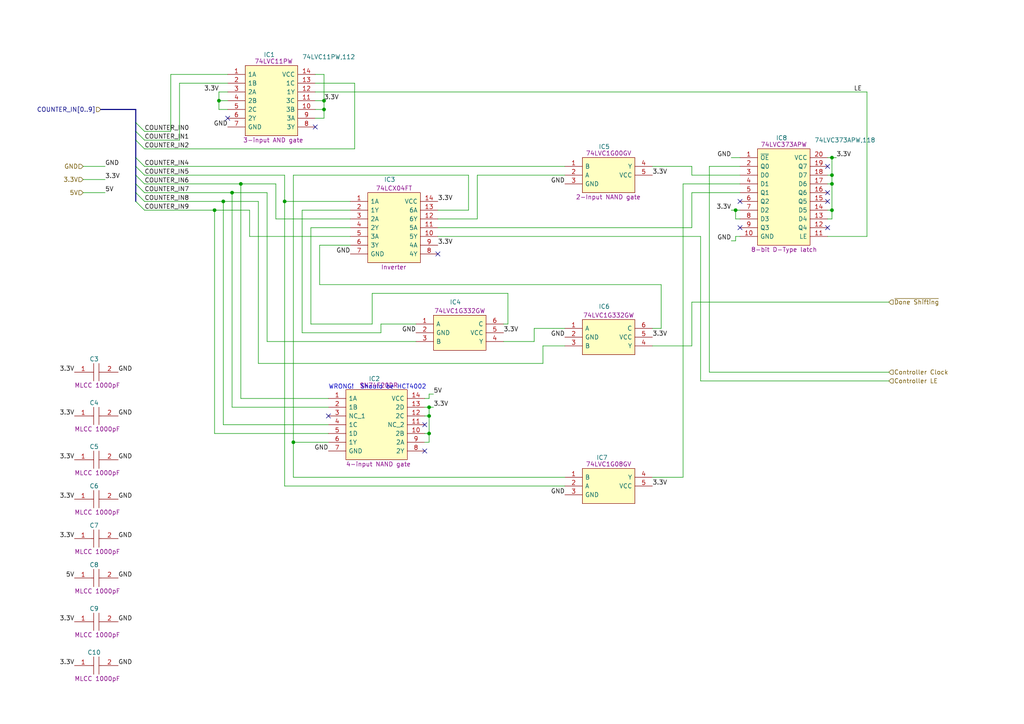
<source format=kicad_sch>
(kicad_sch (version 20230121) (generator eeschema)
  (paper "A4")
  (lib_symbols
    (symbol "Nexperia:74LVC11PW,112" (pin_names (offset 0.762))
      (property "Reference" "IC" (at 12.065 5.715 0))
      (property "Value" "74LVC11PW,112" (at 21.59 5.08 0))
      (property "Description" "3-input AND gate" (at 4.445 -19.05 0))
      (property "Silk" "74LVC11PW" (at 13.335 3.81 0))
      (symbol "74LVC11PW,112_0_0"
        (pin passive line (at 0 0 0) (length 5.08) (name "1A") (number "1"))
        (pin passive line (at 25.4 -10.16 180) (length 5.08) (name "3B") (number "10"))
        (pin passive line (at 25.4 -7.62 180) (length 5.08) (name "3C") (number "11"))
        (pin passive line (at 25.4 -5.08 180) (length 5.08) (name "1Y") (number "12"))
        (pin passive line (at 25.4 -2.54 180) (length 5.08) (name "1C") (number "13"))
        (pin passive line (at 25.4 0 180) (length 5.08) (name "VCC") (number "14"))
        (pin passive line (at 0 -2.54 0) (length 5.08) (name "1B") (number "2"))
        (pin passive line (at 0 -5.08 0) (length 5.08) (name "2A") (number "3"))
        (pin passive line (at 0 -7.62 0) (length 5.08) (name "2B") (number "4"))
        (pin passive line (at 0 -10.16 0) (length 5.08) (name "2C") (number "5"))
        (pin passive line (at 0 -12.7 0) (length 5.08) (name "2Y") (number "6"))
        (pin passive line (at 0 -15.24 0) (length 5.08) (name "GND") (number "7"))
        (pin passive line (at 25.4 -15.24 180) (length 5.08) (name "3Y") (number "8"))
        (pin passive line (at 25.4 -12.7 180) (length 5.08) (name "3A") (number "9"))
      )
      (symbol "74LVC11PW,112_0_1"
        (polyline (pts (xy 5.08 2.54) (xy 20.32 2.54) (xy 20.32 -17.78) (xy 5.08 -17.78) (xy 5.08 2.54)) (stroke (width 0.1524)) (fill (type background)))
      )
    )
    (symbol "Nexperia:74LVC1G00GV,125" (pin_names (offset 0.762))
      (property "Reference" "IC" (at 11.43 5.715 0))
      (property "Description" "2-Input NAND gate" (at 3.175 -8.89 0))
      (property "Silk" "74LVC1G00GV" (at 12.7 3.81 0))
      (symbol "74LVC1G00GV,125_0_0"
        (pin passive line (at 0 0 0) (length 5.08) (name "B") (number "1"))
        (pin passive line (at 0 -2.54 0) (length 5.08) (name "A") (number "2"))
        (pin passive line (at 0 -5.08 0) (length 5.08) (name "GND") (number "3"))
        (pin passive line (at 25.4 0 180) (length 5.08) (name "Y") (number "4"))
        (pin passive line (at 25.4 -2.54 180) (length 5.08) (name "VCC") (number "5"))
      )
      (symbol "74LVC1G00GV,125_0_1"
        (polyline (pts (xy 5.08 2.54) (xy 20.32 2.54) (xy 20.32 -7.62) (xy 5.08 -7.62) (xy 5.08 2.54)) (stroke (width 0.1524)) (fill (type background)))
      )
    )
    (symbol "Nexperia:74LVC1G08GV,125" (pin_names (offset 0.762))
      (property "Reference" "IC" (at 10.795 5.715 0))
      (property "Silk" "74LVC1G08GV" (at 12.7 3.81 0))
      (symbol "74LVC1G08GV,125_0_0"
        (pin passive line (at 0 0 0) (length 5.08) (name "B") (number "1"))
        (pin passive line (at 0 -2.54 0) (length 5.08) (name "A") (number "2"))
        (pin passive line (at 0 -5.08 0) (length 5.08) (name "GND") (number "3"))
        (pin passive line (at 25.4 0 180) (length 5.08) (name "Y") (number "4"))
        (pin passive line (at 25.4 -2.54 180) (length 5.08) (name "VCC") (number "5"))
      )
      (symbol "74LVC1G08GV,125_0_1"
        (polyline (pts (xy 5.08 2.54) (xy 20.32 2.54) (xy 20.32 -7.62) (xy 5.08 -7.62) (xy 5.08 2.54)) (stroke (width 0.1524)) (fill (type background)))
      )
    )
    (symbol "Nexperia:74LVC1G332GW-Q100H" (pin_names (offset 0.762))
      (property "Reference" "IC" (at 11.43 6.35 0))
      (property "Silk" "74LVC1G332GW" (at 12.7 3.81 0))
      (symbol "74LVC1G332GW-Q100H_0_0"
        (pin passive line (at 0 0 0) (length 5.08) (name "A") (number "1"))
        (pin passive line (at 0 -2.54 0) (length 5.08) (name "GND") (number "2"))
        (pin passive line (at 0 -5.08 0) (length 5.08) (name "B") (number "3"))
        (pin passive line (at 25.4 -5.08 180) (length 5.08) (name "Y") (number "4"))
        (pin passive line (at 25.4 -2.54 180) (length 5.08) (name "VCC") (number "5"))
        (pin passive line (at 25.4 0 180) (length 5.08) (name "C") (number "6"))
      )
      (symbol "74LVC1G332GW-Q100H_0_1"
        (polyline (pts (xy 5.08 2.54) (xy 20.32 2.54) (xy 20.32 -7.62) (xy 5.08 -7.62) (xy 5.08 2.54)) (stroke (width 0.1524)) (fill (type background)))
      )
    )
    (symbol "Nexperia:74LVC373APW,118" (pin_names (offset 0.762))
      (property "Reference" "IC" (at 12.065 5.715 0))
      (property "Value" "74LVC373APW,118" (at 21.59 5.08 0))
      (property "Description" "8-bit D-Type latch" (at 3.175 -26.67 0))
      (property "Silk" "74LVC373APW" (at 12.7 3.81 0))
      (symbol "74LVC373APW,118_0_0"
        (pin passive line (at 0 0 0) (length 5.08) (name "~{OE}") (number "1"))
        (pin passive line (at 0 -22.86 0) (length 5.08) (name "GND") (number "10"))
        (pin passive line (at 25.4 -22.86 180) (length 5.08) (name "LE") (number "11"))
        (pin passive line (at 25.4 -20.32 180) (length 5.08) (name "Q4") (number "12"))
        (pin passive line (at 25.4 -17.78 180) (length 5.08) (name "D4") (number "13"))
        (pin passive line (at 25.4 -15.24 180) (length 5.08) (name "D5") (number "14"))
        (pin passive line (at 25.4 -12.7 180) (length 5.08) (name "Q5") (number "15"))
        (pin passive line (at 25.4 -10.16 180) (length 5.08) (name "Q6") (number "16"))
        (pin passive line (at 25.4 -7.62 180) (length 5.08) (name "D6") (number "17"))
        (pin passive line (at 25.4 -5.08 180) (length 5.08) (name "D7") (number "18"))
        (pin passive line (at 25.4 -2.54 180) (length 5.08) (name "Q7") (number "19"))
        (pin passive line (at 0 -2.54 0) (length 5.08) (name "Q0") (number "2"))
        (pin passive line (at 25.4 0 180) (length 5.08) (name "VCC") (number "20"))
        (pin passive line (at 0 -5.08 0) (length 5.08) (name "D0") (number "3"))
        (pin passive line (at 0 -7.62 0) (length 5.08) (name "D1") (number "4"))
        (pin passive line (at 0 -10.16 0) (length 5.08) (name "Q1") (number "5"))
        (pin passive line (at 0 -12.7 0) (length 5.08) (name "Q2") (number "6"))
        (pin passive line (at 0 -15.24 0) (length 5.08) (name "D2") (number "7"))
        (pin passive line (at 0 -17.78 0) (length 5.08) (name "D3") (number "8"))
        (pin passive line (at 0 -20.32 0) (length 5.08) (name "Q3") (number "9"))
      )
      (symbol "74LVC373APW,118_0_1"
        (polyline (pts (xy 5.08 2.54) (xy 20.32 2.54) (xy 20.32 -25.4) (xy 5.08 -25.4) (xy 5.08 2.54)) (stroke (width 0.1524)) (fill (type background)))
      )
    )
    (symbol "Texas_Instruments:SN74F20DR" (pin_names (offset 0.762))
      (property "Reference" "IC" (at 13.335 5.715 0))
      (property "Description" "4-input NAND gate" (at 5.08 -19.05 0))
      (property "Silk" "SN74F20DR" (at 14.605 3.81 0))
      (symbol "SN74F20DR_0_0"
        (pin passive line (at 0 0 0) (length 5.08) (name "1A") (number "1"))
        (pin passive line (at 27.94 -10.16 180) (length 5.08) (name "2B") (number "10"))
        (pin passive line (at 27.94 -7.62 180) (length 5.08) (name "NC_2") (number "11"))
        (pin passive line (at 27.94 -5.08 180) (length 5.08) (name "2C") (number "12"))
        (pin passive line (at 27.94 -2.54 180) (length 5.08) (name "2D") (number "13"))
        (pin passive line (at 27.94 0 180) (length 5.08) (name "VCC") (number "14"))
        (pin passive line (at 0 -2.54 0) (length 5.08) (name "1B") (number "2"))
        (pin passive line (at 0 -5.08 0) (length 5.08) (name "NC_1") (number "3"))
        (pin passive line (at 0 -7.62 0) (length 5.08) (name "1C") (number "4"))
        (pin passive line (at 0 -10.16 0) (length 5.08) (name "1D") (number "5"))
        (pin passive line (at 0 -12.7 0) (length 5.08) (name "1Y") (number "6"))
        (pin passive line (at 0 -15.24 0) (length 5.08) (name "GND") (number "7"))
        (pin passive line (at 27.94 -15.24 180) (length 5.08) (name "2Y") (number "8"))
        (pin passive line (at 27.94 -12.7 180) (length 5.08) (name "2A") (number "9"))
      )
      (symbol "SN74F20DR_0_1"
        (polyline (pts (xy 5.08 2.54) (xy 22.86 2.54) (xy 22.86 -17.78) (xy 5.08 -17.78) (xy 5.08 2.54)) (stroke (width 0.1524)) (fill (type background)))
      )
    )
    (symbol "Toshiba:74LCX04FT_AE_" (pin_names (offset 0.762))
      (property "Reference" "IC" (at 11.43 6.35 0))
      (property "Description" "Inverter" (at 8.89 -19.05 0))
      (property "Silk" "74LCX04FT" (at 12.7 3.81 0))
      (symbol "74LCX04FT_AE__0_0"
        (pin passive line (at 0 0 0) (length 5.08) (name "1A") (number "1"))
        (pin passive line (at 25.4 -10.16 180) (length 5.08) (name "5Y") (number "10"))
        (pin passive line (at 25.4 -7.62 180) (length 5.08) (name "5A") (number "11"))
        (pin passive line (at 25.4 -5.08 180) (length 5.08) (name "6Y") (number "12"))
        (pin passive line (at 25.4 -2.54 180) (length 5.08) (name "6A") (number "13"))
        (pin passive line (at 25.4 0 180) (length 5.08) (name "VCC") (number "14"))
        (pin passive line (at 0 -2.54 0) (length 5.08) (name "1Y") (number "2"))
        (pin passive line (at 0 -5.08 0) (length 5.08) (name "2A") (number "3"))
        (pin passive line (at 0 -7.62 0) (length 5.08) (name "2Y") (number "4"))
        (pin passive line (at 0 -10.16 0) (length 5.08) (name "3A") (number "5"))
        (pin passive line (at 0 -12.7 0) (length 5.08) (name "3Y") (number "6"))
        (pin passive line (at 0 -15.24 0) (length 5.08) (name "GND") (number "7"))
        (pin passive line (at 25.4 -15.24 180) (length 5.08) (name "4Y") (number "8"))
        (pin passive line (at 25.4 -12.7 180) (length 5.08) (name "4A") (number "9"))
      )
      (symbol "74LCX04FT_AE__0_1"
        (polyline (pts (xy 5.08 2.54) (xy 20.32 2.54) (xy 20.32 -17.78) (xy 5.08 -17.78) (xy 5.08 2.54)) (stroke (width 0.1524)) (fill (type background)))
      )
    )
    (symbol "Wurth_Elektronik:885012207033" (pin_names (offset 0.762))
      (property "Reference" "C" (at 5.715 3.81 0))
      (property "Description" "MLCC 1000pF" (at 0 -3.81 0))
      (symbol "885012207033_0_0"
        (pin passive line (at 0 0 0) (length 5.08) (name "~") (number "1"))
        (pin passive line (at 12.7 0 180) (length 5.08) (name "~") (number "2"))
      )
      (symbol "885012207033_0_1"
        (polyline (pts (xy 5.08 0) (xy 5.588 0)) (stroke (width 0.1524)))
        (polyline (pts (xy 5.588 2.54) (xy 5.588 -2.54)) (stroke (width 0.1524)))
        (polyline (pts (xy 7.112 0) (xy 7.62 0)) (stroke (width 0.1524)))
        (polyline (pts (xy 7.112 2.54) (xy 7.112 -2.54)) (stroke (width 0.1524)))
      )
    )
  )
  (junction (at 82.55 58.42))
  (junction (at 62.23 60.96))
  (junction (at 63.5 29.21))
  (junction (at 241.3 50.8))
  (junction (at 85.09 128.27))
  (junction (at 241.3 53.34))
  (junction (at 64.77 58.42))
  (junction (at 213.36 60.96))
  (junction (at 69.85 53.34))
  (junction (at 124.46 120.65))
  (junction (at 241.3 60.96))
  (junction (at 124.46 125.73))
  (junction (at 93.98 29.21))
  (junction (at 241.3 45.72))
  (junction (at 67.31 55.88))
  (junction (at 93.98 31.75))
  (junction (at 124.46 118.11))
  (no_connect (at 214.63 66.04))
  (no_connect (at 214.63 58.42))
  (no_connect (at 240.03 55.88))
  (no_connect (at 240.03 58.42))
  (no_connect (at 240.03 66.04))
  (no_connect (at 240.03 48.26))
  (no_connect (at 91.44 36.83))
  (no_connect (at 66.04 34.29))
  (no_connect (at 123.19 130.81))
  (no_connect (at 127 73.66))
  (no_connect (at 123.19 123.19))
  (no_connect (at 95.25 120.65))
  (bus_entry (at 39.37 50.8) (size 2.54 2.54))
  (bus_entry (at 39.37 40.64) (size 2.54 2.54))
  (bus_entry (at 39.37 48.26) (size 2.54 2.54))
  (bus_entry (at 39.37 53.34) (size 2.54 2.54))
  (bus_entry (at 39.37 55.88) (size 2.54 2.54))
  (bus_entry (at 39.37 58.42) (size 2.54 2.54))
  (bus_entry (at 39.37 45.72) (size 2.54 2.54))
  (bus_entry (at 39.37 38.1) (size 2.54 2.54))
  (bus_entry (at 39.37 35.56) (size 2.54 2.54))
  (wire (pts (xy 200.66 55.88) (xy 200.66 66.04)))
  (wire (pts (xy 77.47 99.06) (xy 120.65 99.06)))
  (wire (pts (xy 189.23 95.25) (xy 191.77 95.25)))
  (wire (pts (xy 102.87 24.13) (xy 102.87 43.18)))
  (wire (pts (xy 64.77 123.19) (xy 95.25 123.19)))
  (wire (pts (xy 63.5 26.67) (xy 63.5 29.21)))
  (wire (pts (xy 124.46 120.65) (xy 123.19 120.65)))
  (wire (pts (xy 241.3 53.34) (xy 241.3 60.96)))
  (wire (pts (xy 95.25 125.73) (xy 62.23 125.73)))
  (wire (pts (xy 124.46 115.57) (xy 123.19 115.57)))
  (wire (pts (xy 82.55 58.42) (xy 82.55 140.97)))
  (wire (pts (xy 154.94 99.06) (xy 154.94 95.25)))
  (wire (pts (xy 107.95 85.09) (xy 147.32 85.09)))
  (wire (pts (xy 200.66 50.8) (xy 200.66 48.26)))
  (wire (pts (xy 241.3 50.8) (xy 241.3 53.34)))
  (wire (pts (xy 123.19 118.11) (xy 124.46 118.11)))
  (wire (pts (xy 146.05 99.06) (xy 154.94 99.06)))
  (wire (pts (xy 213.36 68.58) (xy 214.63 68.58)))
  (wire (pts (xy 74.93 105.41) (xy 157.48 105.41)))
  (wire (pts (xy 135.89 50.8) (xy 135.89 60.96)))
  (wire (pts (xy 138.43 50.8) (xy 163.83 50.8)))
  (wire (pts (xy 41.91 43.18) (xy 102.87 43.18)))
  (wire (pts (xy 241.3 45.72) (xy 240.03 45.72)))
  (bus (pts (xy 39.37 55.88) (xy 39.37 58.42)))
  (wire (pts (xy 191.77 82.55) (xy 191.77 95.25)))
  (wire (pts (xy 157.48 100.33) (xy 163.83 100.33)))
  (wire (pts (xy 241.3 53.34) (xy 240.03 53.34)))
  (wire (pts (xy 101.6 60.96) (xy 87.63 60.96)))
  (wire (pts (xy 198.12 53.34) (xy 214.63 53.34)))
  (wire (pts (xy 85.09 50.8) (xy 85.09 128.27)))
  (wire (pts (xy 241.3 63.5) (xy 240.03 63.5)))
  (wire (pts (xy 91.44 21.59) (xy 93.98 21.59)))
  (wire (pts (xy 62.23 60.96) (xy 72.39 60.96)))
  (wire (pts (xy 64.77 58.42) (xy 74.93 58.42)))
  (wire (pts (xy 87.63 60.96) (xy 87.63 96.52)))
  (wire (pts (xy 213.36 60.96) (xy 214.63 60.96)))
  (wire (pts (xy 251.46 68.58) (xy 240.03 68.58)))
  (wire (pts (xy 90.17 93.98) (xy 107.95 93.98)))
  (bus (pts (xy 39.37 31.75) (xy 39.37 35.56)))
  (wire (pts (xy 200.66 87.63) (xy 257.81 87.63)))
  (wire (pts (xy 101.6 71.12) (xy 92.71 71.12)))
  (wire (pts (xy 91.44 31.75) (xy 93.98 31.75)))
  (wire (pts (xy 189.23 48.26) (xy 200.66 48.26)))
  (wire (pts (xy 74.93 58.42) (xy 74.93 105.41)))
  (wire (pts (xy 85.09 138.43) (xy 163.83 138.43)))
  (wire (pts (xy 82.55 140.97) (xy 163.83 140.97)))
  (wire (pts (xy 95.25 115.57) (xy 69.85 115.57)))
  (wire (pts (xy 203.2 110.49) (xy 257.81 110.49)))
  (wire (pts (xy 91.44 34.29) (xy 93.98 34.29)))
  (wire (pts (xy 203.2 68.58) (xy 203.2 110.49)))
  (wire (pts (xy 80.01 53.34) (xy 80.01 63.5)))
  (wire (pts (xy 72.39 68.58) (xy 72.39 60.96)))
  (wire (pts (xy 107.95 93.98) (xy 107.95 85.09)))
  (wire (pts (xy 213.36 60.96) (xy 213.36 63.5)))
  (wire (pts (xy 127 66.04) (xy 200.66 66.04)))
  (wire (pts (xy 67.31 55.88) (xy 77.47 55.88)))
  (wire (pts (xy 93.98 31.75) (xy 93.98 29.21)))
  (wire (pts (xy 127 68.58) (xy 203.2 68.58)))
  (wire (pts (xy 214.63 50.8) (xy 200.66 50.8)))
  (wire (pts (xy 212.09 69.85) (xy 213.36 69.85)))
  (wire (pts (xy 251.46 26.67) (xy 251.46 68.58)))
  (wire (pts (xy 63.5 29.21) (xy 66.04 29.21)))
  (bus (pts (xy 39.37 53.34) (xy 39.37 55.88)))
  (wire (pts (xy 200.66 100.33) (xy 200.66 87.63)))
  (bus (pts (xy 39.37 48.26) (xy 39.37 50.8)))
  (wire (pts (xy 124.46 125.73) (xy 123.19 125.73)))
  (wire (pts (xy 242.57 45.72) (xy 241.3 45.72)))
  (wire (pts (xy 189.23 100.33) (xy 200.66 100.33)))
  (wire (pts (xy 213.36 68.58) (xy 213.36 69.85)))
  (wire (pts (xy 124.46 125.73) (xy 124.46 128.27)))
  (wire (pts (xy 91.44 24.13) (xy 102.87 24.13)))
  (wire (pts (xy 93.98 31.75) (xy 93.98 34.29)))
  (bus (pts (xy 39.37 35.56) (xy 39.37 38.1)))
  (wire (pts (xy 110.49 93.98) (xy 120.65 93.98)))
  (wire (pts (xy 69.85 115.57) (xy 69.85 53.34)))
  (wire (pts (xy 198.12 138.43) (xy 198.12 53.34)))
  (wire (pts (xy 189.23 138.43) (xy 198.12 138.43)))
  (wire (pts (xy 63.5 26.67) (xy 66.04 26.67)))
  (wire (pts (xy 67.31 118.11) (xy 67.31 55.88)))
  (wire (pts (xy 157.48 105.41) (xy 157.48 100.33)))
  (wire (pts (xy 241.3 60.96) (xy 240.03 60.96)))
  (wire (pts (xy 41.91 58.42) (xy 64.77 58.42)))
  (wire (pts (xy 24.13 48.26) (xy 30.48 48.26)))
  (wire (pts (xy 77.47 55.88) (xy 77.47 99.06)))
  (wire (pts (xy 69.85 53.34) (xy 80.01 53.34)))
  (wire (pts (xy 90.17 66.04) (xy 90.17 93.98)))
  (wire (pts (xy 24.13 52.07) (xy 30.48 52.07)))
  (wire (pts (xy 85.09 128.27) (xy 85.09 138.43)))
  (bus (pts (xy 39.37 50.8) (xy 39.37 53.34)))
  (bus (pts (xy 29.21 31.75) (xy 39.37 31.75)))
  (wire (pts (xy 87.63 96.52) (xy 110.49 96.52)))
  (wire (pts (xy 41.91 38.1) (xy 49.53 38.1)))
  (wire (pts (xy 212.09 60.96) (xy 213.36 60.96)))
  (wire (pts (xy 82.55 50.8) (xy 82.55 58.42)))
  (wire (pts (xy 124.46 114.3) (xy 124.46 115.57)))
  (wire (pts (xy 124.46 118.11) (xy 124.46 120.65)))
  (wire (pts (xy 101.6 66.04) (xy 90.17 66.04)))
  (wire (pts (xy 214.63 48.26) (xy 205.74 48.26)))
  (wire (pts (xy 91.44 26.67) (xy 251.46 26.67)))
  (wire (pts (xy 62.23 60.96) (xy 62.23 125.73)))
  (wire (pts (xy 92.71 71.12) (xy 92.71 82.55)))
  (wire (pts (xy 80.01 63.5) (xy 101.6 63.5)))
  (wire (pts (xy 205.74 107.95) (xy 257.81 107.95)))
  (wire (pts (xy 41.91 50.8) (xy 82.55 50.8)))
  (wire (pts (xy 49.53 21.59) (xy 49.53 38.1)))
  (wire (pts (xy 147.32 93.98) (xy 146.05 93.98)))
  (bus (pts (xy 39.37 45.72) (xy 39.37 48.26)))
  (wire (pts (xy 200.66 55.88) (xy 214.63 55.88)))
  (wire (pts (xy 41.91 48.26) (xy 163.83 48.26)))
  (wire (pts (xy 95.25 118.11) (xy 67.31 118.11)))
  (wire (pts (xy 241.3 60.96) (xy 241.3 63.5)))
  (wire (pts (xy 93.98 21.59) (xy 93.98 29.21)))
  (wire (pts (xy 66.04 21.59) (xy 49.53 21.59)))
  (wire (pts (xy 214.63 63.5) (xy 213.36 63.5)))
  (wire (pts (xy 92.71 82.55) (xy 191.77 82.55)))
  (wire (pts (xy 135.89 60.96) (xy 127 60.96)))
  (wire (pts (xy 95.25 128.27) (xy 85.09 128.27)))
  (wire (pts (xy 52.07 40.64) (xy 52.07 24.13)))
  (wire (pts (xy 124.46 128.27) (xy 123.19 128.27)))
  (wire (pts (xy 63.5 29.21) (xy 63.5 31.75)))
  (wire (pts (xy 63.5 31.75) (xy 66.04 31.75)))
  (bus (pts (xy 39.37 40.64) (xy 39.37 45.72)))
  (wire (pts (xy 212.09 45.72) (xy 214.63 45.72)))
  (wire (pts (xy 82.55 58.42) (xy 101.6 58.42)))
  (wire (pts (xy 64.77 58.42) (xy 64.77 123.19)))
  (wire (pts (xy 85.09 50.8) (xy 135.89 50.8)))
  (wire (pts (xy 41.91 40.64) (xy 52.07 40.64)))
  (wire (pts (xy 91.44 29.21) (xy 93.98 29.21)))
  (wire (pts (xy 154.94 95.25) (xy 163.83 95.25)))
  (wire (pts (xy 138.43 63.5) (xy 138.43 50.8)))
  (wire (pts (xy 72.39 68.58) (xy 101.6 68.58)))
  (wire (pts (xy 124.46 120.65) (xy 124.46 125.73)))
  (wire (pts (xy 41.91 53.34) (xy 69.85 53.34)))
  (wire (pts (xy 124.46 118.11) (xy 125.73 118.11)))
  (wire (pts (xy 24.13 55.88) (xy 30.48 55.88)))
  (bus (pts (xy 39.37 38.1) (xy 39.37 40.64)))
  (wire (pts (xy 147.32 85.09) (xy 147.32 93.98)))
  (wire (pts (xy 127 63.5) (xy 138.43 63.5)))
  (wire (pts (xy 110.49 96.52) (xy 110.49 93.98)))
  (wire (pts (xy 241.3 45.72) (xy 241.3 50.8)))
  (wire (pts (xy 241.3 50.8) (xy 240.03 50.8)))
  (wire (pts (xy 52.07 24.13) (xy 66.04 24.13)))
  (wire (pts (xy 205.74 48.26) (xy 205.74 107.95)))
  (wire (pts (xy 41.91 60.96) (xy 62.23 60.96)))
  (wire (pts (xy 125.73 114.3) (xy 124.46 114.3)))
  (wire (pts (xy 41.91 55.88) (xy 67.31 55.88)))
  (text "WRONG!  Should be HCT4002" (at 95.25 113.03 0) (effects (font (size 1.27 1.27)) (justify left bottom)))
  (label "3.3V" (at 146.05 96.52 0))
  (label "5V" (at 125.73 114.3 0))
  (label "GND" (at 163.83 53.34 180))
  (label "GND" (at 34.29 120.65 0))
  (label "GND" (at 212.09 69.85 180))
  (label "3.3V" (at 30.48 52.07 0))
  (label "3.3V" (at 21.59 156.21 180))
  (label "3.3V" (at 125.73 118.11 0))
  (label "COUNTER_IN4" (at 41.91 48.26 0))
  (label "3.3V" (at 21.59 180.34 180))
  (label "GND" (at 66.04 36.83 180))
  (label "GND" (at 163.83 97.79 180))
  (label "GND" (at 34.29 167.64 0))
  (label "COUNTER_IN5" (at 41.91 50.8 0))
  (label "3.3V" (at 21.59 144.78 180))
  (label "GND" (at 34.29 144.78 0))
  (label "3.3V" (at 21.59 193.04 180))
  (label "GND" (at 101.6 73.66 180))
  (label "3.3V" (at 63.5 26.67 180))
  (label "3.3V" (at 189.23 97.79 0))
  (label "3.3V" (at 189.23 140.97 0))
  (label "COUNTER_IN6" (at 41.91 53.34 0))
  (label "GND" (at 34.29 156.21 0))
  (label "GND" (at 212.09 45.72 180))
  (label "3.3V" (at 127 58.42 0))
  (label "3.3V" (at 212.09 60.96 180))
  (label "5V" (at 30.48 55.88 0))
  (label "GND" (at 34.29 180.34 0))
  (label "3.3V" (at 21.59 107.95 180))
  (label "COUNTER_IN7" (at 41.91 55.88 0))
  (label "3.3V" (at 189.23 50.8 0))
  (label "GND" (at 34.29 133.35 0))
  (label "GND" (at 95.25 130.81 180))
  (label "GND" (at 163.83 143.51 180))
  (label "3.3V" (at 21.59 120.65 180))
  (label "COUNTER_IN8" (at 41.91 58.42 0))
  (label "COUNTER_IN9" (at 41.91 60.96 0))
  (label "GND" (at 120.65 96.52 180))
  (label "GND" (at 34.29 107.95 0))
  (label "GND" (at 34.29 193.04 0))
  (label "3.3V" (at 127 71.12 0))
  (label "COUNTER_IN0" (at 41.91 38.1 0))
  (label "COUNTER_IN1" (at 41.91 40.64 0))
  (label "GND" (at 30.48 48.26 0))
  (label "LE" (at 247.65 26.67 0))
  (label "3.3V" (at 242.57 45.72 0))
  (label "5V" (at 21.59 167.64 180))
  (label "3.3V" (at 21.59 133.35 180))
  (label "3.3V" (at 93.98 29.21 0))
  (label "COUNTER_IN2" (at 41.91 43.18 0))
  (hierarchical_label "Controller Clock" (shape input) (at 257.81 107.95 0))
  (hierarchical_label "Controller LE" (shape input) (at 257.81 110.49 0))
  (hierarchical_label "~{Done Shifting}" (shape input) (at 257.81 87.63 0))
  (hierarchical_label "5V" (shape input) (at 24.13 55.88 180))
  (hierarchical_label "COUNTER_IN[0..9]" (shape input) (at 29.21 31.75 180))
  (hierarchical_label "GND" (shape input) (at 24.13 48.26 180))
  (hierarchical_label "3.3V" (shape input) (at 24.13 52.07 180))
  (symbol (lib_id "Wurth_Elektronik:885012207033") (at 21.59 180.34 0) (unit 1)
    (property "Reference" "C9" (at 27.305 176.53 0))
    (property "Value" "885012207033" (effects hide))
    (property "Footprint" "CAPC2012X90N" (effects hide))
    (property "Datasheet" "https://katalog.we-online.com/pbs/datasheet/885012207033.pdf" (effects hide))
    (property "Description" "MLCC 1000pF" (at 21.59 184.15 0) (effects (justify left)))
    (property "Height" "0.9" (effects hide))
    (property "Mouser Part Number" "710-885012207033" (effects hide))
    (property "Mouser Price/Stock" "https://www.mouser.co.uk/ProductDetail/Wurth-Elektronik/885012207033?qs=0KOYDY2FL28ky2lrUPvQ%2Fw%3D%3D" (effects hide))
    (property "Manufacturer_Name" "Wurth Elektronik" (effects hide))
    (property "Manufacturer_Part_Number" "885012207033" (effects hide))
  )
  (symbol (lib_id "Wurth_Elektronik:885012207033") (at 21.59 120.65 0) (unit 1)
    (property "Reference" "C4" (at 27.305 116.84 0))
    (property "Value" "885012207033" (effects hide))
    (property "Footprint" "CAPC2012X90N" (effects hide))
    (property "Datasheet" "https://katalog.we-online.com/pbs/datasheet/885012207033.pdf" (effects hide))
    (property "Description" "MLCC 1000pF" (at 21.59 124.46 0) (effects (justify left)))
    (property "Height" "0.9" (effects hide))
    (property "Mouser Part Number" "710-885012207033" (effects hide))
    (property "Mouser Price/Stock" "https://www.mouser.co.uk/ProductDetail/Wurth-Elektronik/885012207033?qs=0KOYDY2FL28ky2lrUPvQ%2Fw%3D%3D" (effects hide))
    (property "Manufacturer_Name" "Wurth Elektronik" (effects hide))
    (property "Manufacturer_Part_Number" "885012207033" (effects hide))
  )
  (symbol (lib_id "Wurth_Elektronik:885012207033") (at 21.59 156.21 0) (unit 1)
    (property "Reference" "C7" (at 27.305 152.4 0))
    (property "Value" "885012207033" (effects hide))
    (property "Footprint" "CAPC2012X90N" (effects hide))
    (property "Datasheet" "https://katalog.we-online.com/pbs/datasheet/885012207033.pdf" (effects hide))
    (property "Description" "MLCC 1000pF" (at 21.59 160.02 0) (effects (justify left)))
    (property "Height" "0.9" (effects hide))
    (property "Mouser Part Number" "710-885012207033" (effects hide))
    (property "Mouser Price/Stock" "https://www.mouser.co.uk/ProductDetail/Wurth-Elektronik/885012207033?qs=0KOYDY2FL28ky2lrUPvQ%2Fw%3D%3D" (effects hide))
    (property "Manufacturer_Name" "Wurth Elektronik" (effects hide))
    (property "Manufacturer_Part_Number" "885012207033" (effects hide))
  )
  (symbol (lib_id "Wurth_Elektronik:885012207033") (at 21.59 144.78 0) (unit 1)
    (property "Reference" "C6" (at 27.305 140.97 0))
    (property "Value" "885012207033" (effects hide))
    (property "Footprint" "CAPC2012X90N" (effects hide))
    (property "Datasheet" "https://katalog.we-online.com/pbs/datasheet/885012207033.pdf" (effects hide))
    (property "Description" "MLCC 1000pF" (at 21.59 148.59 0) (effects (justify left)))
    (property "Height" "0.9" (effects hide))
    (property "Mouser Part Number" "710-885012207033" (effects hide))
    (property "Mouser Price/Stock" "https://www.mouser.co.uk/ProductDetail/Wurth-Elektronik/885012207033?qs=0KOYDY2FL28ky2lrUPvQ%2Fw%3D%3D" (effects hide))
    (property "Manufacturer_Name" "Wurth Elektronik" (effects hide))
    (property "Manufacturer_Part_Number" "885012207033" (effects hide))
  )
  (symbol (lib_id "Toshiba:74LCX04FT_AE_") (at 101.6 58.42 0) (unit 1)
    (property "Reference" "IC3" (at 113.03 52.07 0))
    (property "Value" "74LCX04FT_AE_" (effects hide))
    (property "Footprint" "SOP65P640X120-14N" (effects hide))
    (property "Datasheet" "https://toshiba.semicon-storage.com/info/docget.jsp?did=15379&prodName=74LCX04FT" (effects hide))
    (property "Description" "Inverter" (at 110.49 77.47 0) (effects (justify left)))
    (property "Height" "1.2" (effects hide))
    (property "Mouser Part Number" "757-74LCX04FTAE" (effects hide))
    (property "Mouser Price/Stock" "https://www.mouser.co.uk/ProductDetail/Toshiba/74LCX04FTAE?qs=cW4DzVrAanMxusL1byWNzQ%3D%3D" (effects hide))
    (property "Manufacturer_Name" "Toshiba" (effects hide))
    (property "Manufacturer_Part_Number" "74LCX04FT(AE)" (effects hide))
    (property "Silk" "74LCX04FT" (at 114.3 54.61 0))
  )
  (symbol (lib_id "Nexperia:74LVC1G332GW-Q100H") (at 163.83 95.25 0) (unit 1)
    (property "Reference" "IC6" (at 175.26 88.9 0))
    (property "Value" "74LVC1G332GW-Q100H" (effects hide))
    (property "Footprint" "SOP65P210X110-6N" (effects hide))
    (property "Datasheet" "https://assets.nexperia.com/documents/data-sheet/74LVC1G332_Q100.pdf" (effects hide))
    (property "Description" "3-input OR gate" (effects hide))
    (property "Height" "1.1" (effects hide))
    (property "Mouser Part Number" "771-74LVC1G332GWQ100" (effects hide))
    (property "Mouser Price/Stock" "https://www.mouser.co.uk/ProductDetail/Nexperia/74LVC1G332GW-Q100H?qs=Yna0arPQ0CSfUb2mWnpHQA%3D%3D" (effects hide))
    (property "Manufacturer_Name" "Nexperia" (effects hide))
    (property "Manufacturer_Part_Number" "74LVC1G332GW-Q100H" (effects hide))
    (property "Silk" "74LVC1G332GW" (at 176.53 91.44 0))
  )
  (symbol (lib_id "Wurth_Elektronik:885012207033") (at 21.59 133.35 0) (unit 1)
    (property "Reference" "C5" (at 27.305 129.54 0))
    (property "Value" "885012207033" (effects hide))
    (property "Footprint" "CAPC2012X90N" (effects hide))
    (property "Datasheet" "https://katalog.we-online.com/pbs/datasheet/885012207033.pdf" (effects hide))
    (property "Description" "MLCC 1000pF" (at 21.59 137.16 0) (effects (justify left)))
    (property "Height" "0.9" (effects hide))
    (property "Mouser Part Number" "710-885012207033" (effects hide))
    (property "Mouser Price/Stock" "https://www.mouser.co.uk/ProductDetail/Wurth-Elektronik/885012207033?qs=0KOYDY2FL28ky2lrUPvQ%2Fw%3D%3D" (effects hide))
    (property "Manufacturer_Name" "Wurth Elektronik" (effects hide))
    (property "Manufacturer_Part_Number" "885012207033" (effects hide))
  )
  (symbol (lib_id "Wurth_Elektronik:885012207033") (at 21.59 107.95 0) (unit 1)
    (property "Reference" "C3" (at 27.305 104.14 0))
    (property "Value" "885012207033" (effects hide))
    (property "Footprint" "CAPC2012X90N" (effects hide))
    (property "Datasheet" "https://katalog.we-online.com/pbs/datasheet/885012207033.pdf" (effects hide))
    (property "Description" "MLCC 1000pF" (at 21.59 111.76 0) (effects (justify left)))
    (property "Height" "0.9" (effects hide))
    (property "Mouser Part Number" "710-885012207033" (effects hide))
    (property "Mouser Price/Stock" "https://www.mouser.co.uk/ProductDetail/Wurth-Elektronik/885012207033?qs=0KOYDY2FL28ky2lrUPvQ%2Fw%3D%3D" (effects hide))
    (property "Manufacturer_Name" "Wurth Elektronik" (effects hide))
    (property "Manufacturer_Part_Number" "885012207033" (effects hide))
  )
  (symbol (lib_id "Wurth_Elektronik:885012207033") (at 21.59 193.04 0) (unit 1)
    (property "Reference" "C10" (at 27.305 189.23 0))
    (property "Value" "885012207033" (effects hide))
    (property "Footprint" "CAPC2012X90N" (effects hide))
    (property "Datasheet" "https://katalog.we-online.com/pbs/datasheet/885012207033.pdf" (effects hide))
    (property "Description" "MLCC 1000pF" (at 21.59 196.85 0) (effects (justify left)))
    (property "Height" "0.9" (effects hide))
    (property "Mouser Part Number" "710-885012207033" (effects hide))
    (property "Mouser Price/Stock" "https://www.mouser.co.uk/ProductDetail/Wurth-Elektronik/885012207033?qs=0KOYDY2FL28ky2lrUPvQ%2Fw%3D%3D" (effects hide))
    (property "Manufacturer_Name" "Wurth Elektronik" (effects hide))
    (property "Manufacturer_Part_Number" "885012207033" (effects hide))
  )
  (symbol (lib_id "Texas_Instruments:SN74F20DR") (at 95.25 115.57 0) (unit 1)
    (property "Reference" "IC2" (at 108.585 109.855 0))
    (property "Value" "SN74F20DR" (effects hide))
    (property "Footprint" "SOIC127P600X175-14N" (effects hide))
    (property "Datasheet" "https://www.ti.com/lit/gpn/sn74f20" (effects hide))
    (property "Description" "4-input NAND gate" (at 100.33 134.62 0) (effects (justify left)))
    (property "Height" "1.75" (effects hide))
    (property "Mouser Part Number" "595-SN74F20DR" (effects hide))
    (property "Mouser Price/Stock" "https://www.mouser.co.uk/ProductDetail/Texas-Instruments/SN74F20DR?qs=mE33ZKBHyE7dV637H3Qthw%3D%3D" (effects hide))
    (property "Manufacturer_Name" "Texas Instruments" (effects hide))
    (property "Manufacturer_Part_Number" "SN74F20DR" (effects hide))
    (property "Silk" "SN74F20DR" (at 109.855 111.76 0))
  )
  (symbol (lib_id "Nexperia:74LVC11PW,112") (at 66.04 21.59 0) (unit 1)
    (property "Reference" "IC1" (at 78.105 15.875 0))
    (property "Value" "74LVC11PW,112" (at 87.63 16.51 0) (effects (justify left)))
    (property "Footprint" "SOP65P640X110-14N" (effects hide))
    (property "Datasheet" "https://assets.nexperia.com/documents/data-sheet/74LVC11.pdf" (effects hide))
    (property "Description" "3-input AND gate" (at 70.485 40.64 0) (effects (justify left)))
    (property "Height" "1.1" (effects hide))
    (property "Mouser Part Number" "771-LVC11PW112" (effects hide))
    (property "Mouser Price/Stock" "https://www.mouser.co.uk/ProductDetail/Nexperia/74LVC11PW112?qs=me8TqzrmIYUpAtZGADtB2w%3D%3D" (effects hide))
    (property "Manufacturer_Name" "Nexperia" (effects hide))
    (property "Manufacturer_Part_Number" "74LVC11PW,112" (effects hide))
    (property "Silk" "74LVC11PW" (at 79.375 17.78 0))
  )
  (symbol (lib_id "Wurth_Elektronik:885012207033") (at 21.59 167.64 0) (unit 1)
    (property "Reference" "C8" (at 27.305 163.83 0))
    (property "Value" "885012207033" (effects hide))
    (property "Footprint" "CAPC2012X90N" (effects hide))
    (property "Datasheet" "https://katalog.we-online.com/pbs/datasheet/885012207033.pdf" (effects hide))
    (property "Description" "MLCC 1000pF" (at 21.59 171.45 0) (effects (justify left)))
    (property "Height" "0.9" (effects hide))
    (property "Mouser Part Number" "710-885012207033" (effects hide))
    (property "Mouser Price/Stock" "https://www.mouser.co.uk/ProductDetail/Wurth-Elektronik/885012207033?qs=0KOYDY2FL28ky2lrUPvQ%2Fw%3D%3D" (effects hide))
    (property "Manufacturer_Name" "Wurth Elektronik" (effects hide))
    (property "Manufacturer_Part_Number" "885012207033" (effects hide))
  )
  (symbol (lib_id "Nexperia:74LVC1G00GV,125") (at 163.83 48.26 0) (unit 1)
    (property "Reference" "IC5" (at 175.26 42.545 0))
    (property "Value" "74LVC1G00GV,125" (effects hide))
    (property "Footprint" "SOT95P275X110-5N" (effects hide))
    (property "Datasheet" "https://assets.nexperia.com/documents/data-sheet/74LVC1G00.pdf" (effects hide))
    (property "Description" "2-Input NAND gate" (at 167.005 57.15 0) (effects (justify left)))
    (property "Height" "1.1" (effects hide))
    (property "Mouser Part Number" "771-LVC1G00GV125" (effects hide))
    (property "Mouser Price/Stock" "https://www.mouser.co.uk/ProductDetail/Nexperia/74LVC1G00GV125?qs=me8TqzrmIYUdcQ5DZJlNiw%3D%3D" (effects hide))
    (property "Manufacturer_Name" "Nexperia" (effects hide))
    (property "Manufacturer_Part_Number" "74LVC1G00GV,125" (effects hide))
    (property "Silk" "74LVC1G00GV" (at 176.53 44.45 0))
  )
  (symbol (lib_id "Nexperia:74LVC1G08GV,125") (at 163.83 138.43 0) (unit 1)
    (property "Reference" "IC7" (at 174.625 132.715 0))
    (property "Value" "74LVC1G08GV,125" (effects hide))
    (property "Footprint" "SOT95P275X110-5N" (effects hide))
    (property "Datasheet" "https://assets.nexperia.com/documents/data-sheet/74LVC1G08.pdf" (effects hide))
    (property "Description" "2-input AND gate" (effects hide))
    (property "Height" "1.1" (effects hide))
    (property "Manufacturer_Name" "Nexperia" (effects hide))
    (property "Manufacturer_Part_Number" "74LVC1G08GV,125" (effects hide))
    (property "Mouser Part Number" "771-74LVC1G08GV" (effects hide))
    (property "Mouser Price/Stock" "https://www.mouser.co.uk/ProductDetail/Nexperia/74LVC1G08GV125?qs=me8TqzrmIYXEnurJEPZc7A%3D%3D" (effects hide))
    (property "Arrow Part Number" "74LVC1G08GV,125" (effects hide))
    (property "Arrow Price/Stock" "https://www.arrow.com/en/products/74lvc1g08gv125/nexperia" (effects hide))
    (property "Silk" "74LVC1G08GV" (at 176.53 134.62 0))
  )
  (symbol (lib_id "Nexperia:74LVC373APW,118") (at 214.63 45.72 0) (unit 1)
    (property "Reference" "IC8" (at 226.695 40.005 0))
    (property "Value" "74LVC373APW,118" (at 236.22 40.64 0) (effects (justify left)))
    (property "Footprint" "SOP65P640X110-20N" (effects hide))
    (property "Datasheet" "https://assets.nexperia.com/documents/data-sheet/74LVC373A.pdf" (effects hide))
    (property "Description" "8-bit D-Type latch" (at 217.805 72.39 0) (effects (justify left)))
    (property "Height" "1.1" (effects hide))
    (property "Manufacturer_Name" "Nexperia" (effects hide))
    (property "Manufacturer_Part_Number" "74LVC373APW,118" (effects hide))
    (property "Mouser Part Number" "771-74LVC373APW-T" (effects hide))
    (property "Mouser Price/Stock" "https://www.mouser.co.uk/ProductDetail/Nexperia/74LVC373APW118?qs=me8TqzrmIYXfx7wywyYFRQ%3D%3D" (effects hide))
    (property "Arrow Part Number" "74LVC373APW,118" (effects hide))
    (property "Arrow Price/Stock" "https://www.arrow.com/en/products/74lvc373apw118/nexperia" (effects hide))
    (property "Silk" "74LVC373APW" (at 227.33 41.91 0))
  )
  (symbol (lib_id "Nexperia:74LVC1G332GW-Q100H") (at 120.65 93.98 0) (unit 1)
    (property "Reference" "IC4" (at 132.08 87.63 0))
    (property "Value" "74LVC1G332GW-Q100H" (effects hide))
    (property "Footprint" "SOP65P210X110-6N" (effects hide))
    (property "Datasheet" "https://assets.nexperia.com/documents/data-sheet/74LVC1G332_Q100.pdf" (effects hide))
    (property "Description" "3-input OR gate" (effects hide))
    (property "Height" "1.1" (effects hide))
    (property "Mouser Part Number" "771-74LVC1G332GWQ100" (effects hide))
    (property "Mouser Price/Stock" "https://www.mouser.co.uk/ProductDetail/Nexperia/74LVC1G332GW-Q100H?qs=Yna0arPQ0CSfUb2mWnpHQA%3D%3D" (effects hide))
    (property "Manufacturer_Name" "Nexperia" (effects hide))
    (property "Manufacturer_Part_Number" "74LVC1G332GW-Q100H" (effects hide))
    (property "Silk" "74LVC1G332GW" (at 133.35 90.17 0))
  )
)
</source>
